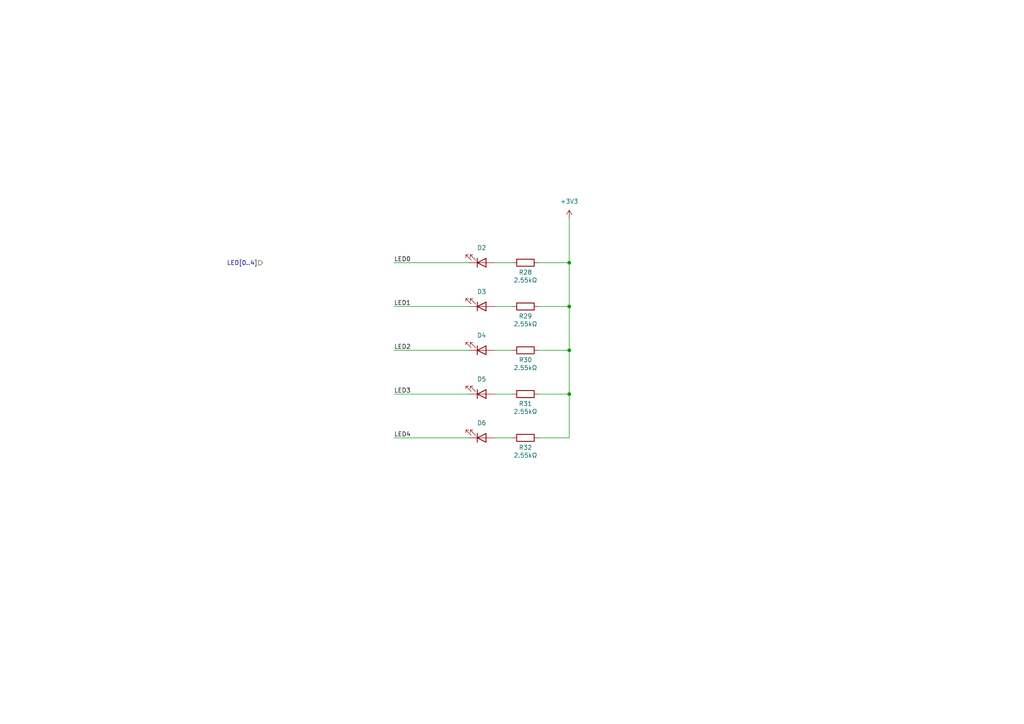
<source format=kicad_sch>
(kicad_sch (version 20250114) (generator "eeschema") (generator_version "9.0")
  (paper "A4")
  (title_block (title "Clavier - Display") (date "2025-06-21") (rev "1.0") (company "Copyright (c) 2025 L. Sartory") (comment 1 "SPDX-License-Identifier: CERN-OHL-P-2.0"))
  (lib_symbols
    (symbol "Device:LED" (pin_numbers (hide yes)) (pin_names (offset 1.016) (hide yes))
      (property "Reference" "D" (at 0 2.54 0))
      (property "Value" "LED" (at 0 -2.54 0))
      (symbol "LED_0_1"
        (polyline (pts (xy -3.048 -0.762) (xy -4.572 -2.286) (xy -3.81 -2.286) (xy -4.572 -2.286) (xy -4.572 -1.524)))
        (polyline (pts (xy -1.778 -0.762) (xy -3.302 -2.286) (xy -2.54 -2.286) (xy -3.302 -2.286) (xy -3.302 -1.524)))
        (polyline (pts (xy -1.27 0) (xy 1.27 0)))
        (polyline (pts (xy -1.27 -1.27) (xy -1.27 1.27)) (stroke (width 0.254)))
        (polyline (pts (xy 1.27 -1.27) (xy 1.27 1.27) (xy -1.27 0) (xy 1.27 -1.27)) (stroke (width 0.254)))
      )
      (symbol "LED_1_1"
        (pin passive line (at -3.81 0 0) (length 2.54) (name "K") (number "1"))
        (pin passive line (at 3.81 0 180) (length 2.54) (name "A") (number "2"))
      )
    )
    (symbol "Device:R" (pin_numbers (hide yes)) (pin_names (offset 0))
      (property "Reference" "R" (at 2.032 0 90))
      (property "Value" "R" (at 0 0 90))
      (symbol "R_0_1"
        (rectangle (start -1.016 -2.54) (end 1.016 2.54) (stroke (width 0.254)))
      )
      (symbol "R_1_1"
        (pin passive line (at 0 3.81 270) (length 1.27) (name "~") (number "1"))
        (pin passive line (at 0 -3.81 90) (length 1.27) (name "~") (number "2"))
      )
    )
    (symbol "power:+3V3" (power) (pin_numbers (hide yes)) (pin_names (offset 0) (hide yes))
      (property "Value" "+3V3" (at 0 3.556 0))
      (symbol "+3V3_0_1"
        (polyline (pts (xy -0.762 1.27) (xy 0 2.54)))
        (polyline (pts (xy 0 2.54) (xy 0.762 1.27)))
        (polyline (pts (xy 0 0) (xy 0 2.54)))
      )
      (symbol "+3V3_1_1"
        (pin power_in line (at 0 0 90) (length 0) (name "~") (number "1"))
      )
    )
  )
  (junction (at 165.1 114.3))
  (junction (at 165.1 76.2))
  (junction (at 165.1 88.9))
  (junction (at 165.1 101.6))
  (wire (pts (xy 114.3 114.3) (xy 135.89 114.3)))
  (wire (pts (xy 143.51 127) (xy 148.59 127)))
  (wire (pts (xy 114.3 101.6) (xy 135.89 101.6)))
  (wire (pts (xy 114.3 76.2) (xy 135.89 76.2)))
  (wire (pts (xy 165.1 101.6) (xy 156.21 101.6)))
  (wire (pts (xy 165.1 114.3) (xy 156.21 114.3)))
  (wire (pts (xy 148.59 114.3) (xy 143.51 114.3)))
  (wire (pts (xy 165.1 88.9) (xy 165.1 101.6)))
  (wire (pts (xy 148.59 88.9) (xy 143.51 88.9)))
  (wire (pts (xy 165.1 88.9) (xy 156.21 88.9)))
  (wire (pts (xy 165.1 114.3) (xy 165.1 127)))
  (wire (pts (xy 156.21 127) (xy 165.1 127)))
  (wire (pts (xy 165.1 76.2) (xy 165.1 88.9)))
  (wire (pts (xy 165.1 101.6) (xy 165.1 114.3)))
  (wire (pts (xy 165.1 76.2) (xy 156.21 76.2)))
  (wire (pts (xy 148.59 101.6) (xy 143.51 101.6)))
  (wire (pts (xy 148.59 76.2) (xy 143.51 76.2)))
  (wire (pts (xy 165.1 63.5) (xy 165.1 76.2)))
  (wire (pts (xy 114.3 88.9) (xy 135.89 88.9)))
  (wire (pts (xy 114.3 127) (xy 135.89 127)))
  (label "LED3" (at 114.3 114.3 0))
  (label "LED0" (at 114.3 76.2 0))
  (label "LED2" (at 114.3 101.6 0))
  (label "LED1" (at 114.3 88.9 0))
  (label "LED4" (at 114.3 127 0))
  (hierarchical_label "LED[0..4]" (shape input) (at 76.2 76.2 180))
  (symbol (lib_id "Device:R") (at 152.4 127 90) (mirror x) (unit 1)
    (property "Reference" "R32" (at 152.4 129.794 90))
    (property "Value" "2.55kΩ" (at 152.4 132.08 90))
    (property "Footprint" "Resistor_SMD:R_0402_1005Metric_Pad0.72x0.64mm_HandSolder" (effects (hide yes)))
    (property "Datasheet" "https://www.lcsc.com/datasheet/lcsc_datasheet_2304140030_YAGEO-RC0402FR-072K55L_C185431.pdf" (effects (hide yes)))
    (property "Part_number" "RC0402FR-072K55L" (effects (hide yes)))
    (property "LCSC" "C185431" (effects (hide yes)))
  )
  (symbol (lib_id "Device:LED") (at 139.7 76.2 0) (mirror x) (unit 1)
    (property "Reference" "D2" (at 139.7 71.882 0))
    (property "Value" "LED" (effects (hide yes)))
    (property "Footprint" "LED_SMD:LED_0603_1608Metric_Pad1.05x0.95mm_HandSolder" (effects (hide yes)))
    (property "Datasheet" "https://www.lcsc.com/datasheet/lcsc_datasheet_2504101957_XINGLIGHT-XL-1608UOC-06_C965800.pdf" (effects (hide yes)))
    (property "Description" "Light emitting diode" (effects (hide yes)))
    (property "Sim.Pins" "1=K 2=A" (effects (hide yes)))
    (property "LCSC" "C965800" (effects (hide yes)))
    (property "Part_number" "XL-1608UOC-06" (effects (hide yes)))
  )
  (symbol (lib_id "Device:R") (at 152.4 88.9 90) (mirror x) (unit 1)
    (property "Reference" "R29" (at 152.4 91.694 90))
    (property "Value" "2.55kΩ" (at 152.4 93.98 90))
    (property "Footprint" "Resistor_SMD:R_0402_1005Metric_Pad0.72x0.64mm_HandSolder" (effects (hide yes)))
    (property "Datasheet" "https://www.lcsc.com/datasheet/lcsc_datasheet_2304140030_YAGEO-RC0402FR-072K55L_C185431.pdf" (effects (hide yes)))
    (property "Part_number" "RC0402FR-072K55L" (effects (hide yes)))
    (property "LCSC" "C185431" (effects (hide yes)))
  )
  (symbol (lib_id "power:+3V3") (at 165.1 63.5 0) (unit 1)
    (property "Reference" "#PWR080" (effects (hide yes)))
    (property "Value" "+3V3" (at 165.1 58.42 0))
    (property "Description" "Power symbol creates a global label with name \"+3V3\"" (effects (hide yes)))
  )
  (symbol (lib_id "Device:R") (at 152.4 101.6 90) (mirror x) (unit 1)
    (property "Reference" "R30" (at 152.4 104.394 90))
    (property "Value" "2.55kΩ" (at 152.4 106.68 90))
    (property "Footprint" "Resistor_SMD:R_0402_1005Metric_Pad0.72x0.64mm_HandSolder" (effects (hide yes)))
    (property "Datasheet" "https://www.lcsc.com/datasheet/lcsc_datasheet_2304140030_YAGEO-RC0402FR-072K55L_C185431.pdf" (effects (hide yes)))
    (property "Part_number" "RC0402FR-072K55L" (effects (hide yes)))
    (property "LCSC" "C185431" (effects (hide yes)))
  )
  (symbol (lib_id "Device:LED") (at 139.7 101.6 0) (mirror x) (unit 1)
    (property "Reference" "D4" (at 139.7 97.282 0))
    (property "Value" "LED" (effects (hide yes)))
    (property "Footprint" "LED_SMD:LED_0603_1608Metric_Pad1.05x0.95mm_HandSolder" (effects (hide yes)))
    (property "Datasheet" "https://www.lcsc.com/datasheet/lcsc_datasheet_2504101957_XINGLIGHT-XL-1608UOC-06_C965800.pdf" (effects (hide yes)))
    (property "Description" "Light emitting diode" (effects (hide yes)))
    (property "Sim.Pins" "1=K 2=A" (effects (hide yes)))
    (property "LCSC" "C965800" (effects (hide yes)))
    (property "Part_number" "XL-1608UOC-06" (effects (hide yes)))
  )
  (symbol (lib_id "Device:LED") (at 139.7 127 0) (mirror x) (unit 1)
    (property "Reference" "D6" (at 139.7 122.682 0))
    (property "Value" "LED" (effects (hide yes)))
    (property "Footprint" "LED_SMD:LED_0603_1608Metric_Pad1.05x0.95mm_HandSolder" (effects (hide yes)))
    (property "Datasheet" "https://www.lcsc.com/datasheet/lcsc_datasheet_2504101957_XINGLIGHT-XL-1608UOC-06_C965800.pdf" (effects (hide yes)))
    (property "Description" "Light emitting diode" (effects (hide yes)))
    (property "Sim.Pins" "1=K 2=A" (effects (hide yes)))
    (property "LCSC" "C965800" (effects (hide yes)))
    (property "Part_number" "XL-1608UOC-06" (effects (hide yes)))
  )
  (symbol (lib_id "Device:LED") (at 139.7 88.9 0) (mirror x) (unit 1)
    (property "Reference" "D3" (at 139.7 84.582 0))
    (property "Value" "LED" (effects (hide yes)))
    (property "Footprint" "LED_SMD:LED_0603_1608Metric_Pad1.05x0.95mm_HandSolder" (effects (hide yes)))
    (property "Datasheet" "https://www.lcsc.com/datasheet/lcsc_datasheet_2504101957_XINGLIGHT-XL-1608UOC-06_C965800.pdf" (effects (hide yes)))
    (property "Description" "Light emitting diode" (effects (hide yes)))
    (property "Sim.Pins" "1=K 2=A" (effects (hide yes)))
    (property "LCSC" "C965800" (effects (hide yes)))
    (property "Part_number" "XL-1608UOC-06" (effects (hide yes)))
  )
  (symbol (lib_id "Device:LED") (at 139.7 114.3 0) (mirror x) (unit 1)
    (property "Reference" "D5" (at 139.7 109.982 0))
    (property "Value" "LED" (effects (hide yes)))
    (property "Footprint" "LED_SMD:LED_0603_1608Metric_Pad1.05x0.95mm_HandSolder" (effects (hide yes)))
    (property "Datasheet" "https://www.lcsc.com/datasheet/lcsc_datasheet_2504101957_XINGLIGHT-XL-1608UOC-06_C965800.pdf" (effects (hide yes)))
    (property "Description" "Light emitting diode" (effects (hide yes)))
    (property "Sim.Pins" "1=K 2=A" (effects (hide yes)))
    (property "LCSC" "C965800" (effects (hide yes)))
    (property "Part_number" "XL-1608UOC-06" (effects (hide yes)))
  )
  (symbol (lib_id "Device:R") (at 152.4 76.2 90) (mirror x) (unit 1)
    (property "Reference" "R28" (at 152.4 78.994 90))
    (property "Value" "2.55kΩ" (at 152.4 81.28 90))
    (property "Footprint" "Resistor_SMD:R_0402_1005Metric_Pad0.72x0.64mm_HandSolder" (effects (hide yes)))
    (property "Datasheet" "https://www.lcsc.com/datasheet/lcsc_datasheet_2304140030_YAGEO-RC0402FR-072K55L_C185431.pdf" (effects (hide yes)))
    (property "Part_number" "RC0402FR-072K55L" (effects (hide yes)))
    (property "LCSC" "C185431" (effects (hide yes)))
  )
  (symbol (lib_id "Device:R") (at 152.4 114.3 90) (mirror x) (unit 1)
    (property "Reference" "R31" (at 152.4 117.094 90))
    (property "Value" "2.55kΩ" (at 152.4 119.38 90))
    (property "Footprint" "Resistor_SMD:R_0402_1005Metric_Pad0.72x0.64mm_HandSolder" (effects (hide yes)))
    (property "Datasheet" "https://www.lcsc.com/datasheet/lcsc_datasheet_2304140030_YAGEO-RC0402FR-072K55L_C185431.pdf" (effects (hide yes)))
    (property "Part_number" "RC0402FR-072K55L" (effects (hide yes)))
    (property "LCSC" "C185431" (effects (hide yes)))
  )
)
</source>
